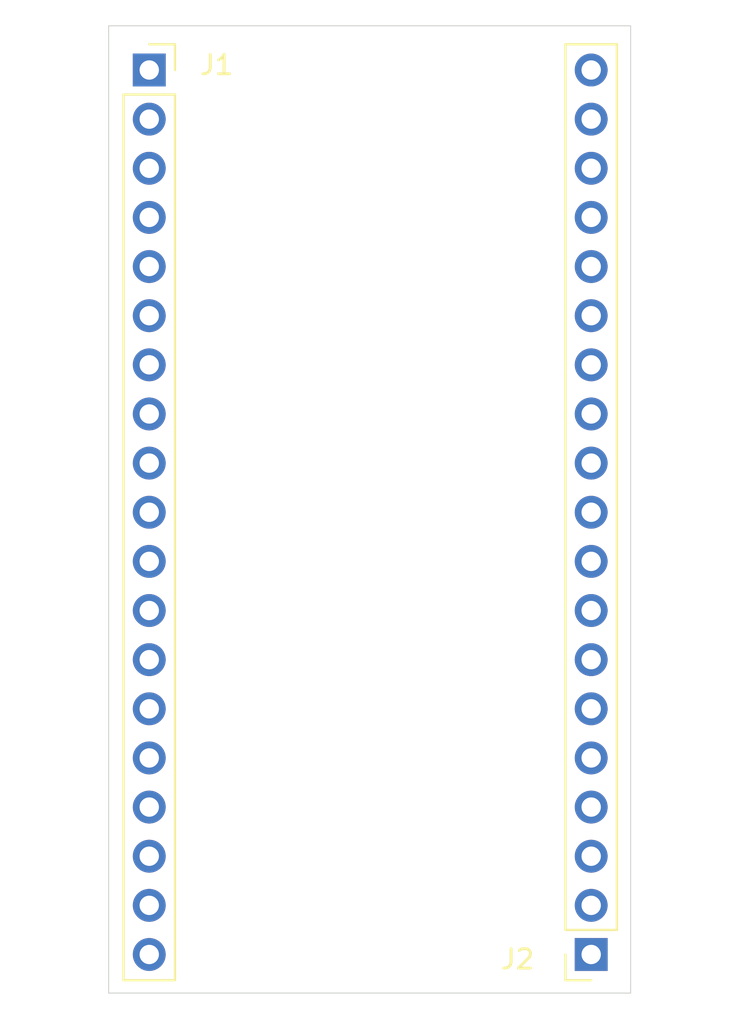
<source format=kicad_pcb>
(kicad_pcb (version 20171130) (host pcbnew "(5.1.5)-3")

  (general
    (thickness 1.6)
    (drawings 4)
    (tracks 0)
    (zones 0)
    (modules 2)
    (nets 37)
  )

  (page A4)
  (layers
    (0 F.Cu signal)
    (31 B.Cu signal)
    (32 B.Adhes user)
    (33 F.Adhes user)
    (34 B.Paste user)
    (35 F.Paste user)
    (36 B.SilkS user)
    (37 F.SilkS user)
    (38 B.Mask user)
    (39 F.Mask user)
    (40 Dwgs.User user)
    (41 Cmts.User user)
    (42 Eco1.User user)
    (43 Eco2.User user)
    (44 Edge.Cuts user)
    (45 Margin user)
    (46 B.CrtYd user)
    (47 F.CrtYd user)
    (48 B.Fab user)
    (49 F.Fab user)
  )

  (setup
    (last_trace_width 0.25)
    (trace_clearance 0.2)
    (zone_clearance 0.508)
    (zone_45_only no)
    (trace_min 0.2)
    (via_size 0.8)
    (via_drill 0.4)
    (via_min_size 0.4)
    (via_min_drill 0.3)
    (uvia_size 0.3)
    (uvia_drill 0.1)
    (uvias_allowed no)
    (uvia_min_size 0.2)
    (uvia_min_drill 0.1)
    (edge_width 0.05)
    (segment_width 0.2)
    (pcb_text_width 0.3)
    (pcb_text_size 1.5 1.5)
    (mod_edge_width 0.12)
    (mod_text_size 1 1)
    (mod_text_width 0.15)
    (pad_size 1.524 1.524)
    (pad_drill 0.762)
    (pad_to_mask_clearance 0.051)
    (solder_mask_min_width 0.25)
    (aux_axis_origin 0 0)
    (grid_origin 111 53.5)
    (visible_elements 7FFFFFFF)
    (pcbplotparams
      (layerselection 0x010fc_ffffffff)
      (usegerberextensions false)
      (usegerberattributes false)
      (usegerberadvancedattributes false)
      (creategerberjobfile false)
      (excludeedgelayer true)
      (linewidth 0.100000)
      (plotframeref false)
      (viasonmask false)
      (mode 1)
      (useauxorigin false)
      (hpglpennumber 1)
      (hpglpenspeed 20)
      (hpglpendiameter 15.000000)
      (psnegative false)
      (psa4output false)
      (plotreference true)
      (plotvalue true)
      (plotinvisibletext false)
      (padsonsilk false)
      (subtractmaskfromsilk false)
      (outputformat 1)
      (mirror false)
      (drillshape 1)
      (scaleselection 1)
      (outputdirectory ""))
  )

  (net 0 "")
  (net 1 Vin_5)
  (net 2 GIOP11)
  (net 3 GIOP10)
  (net 4 GIOP09)
  (net 5 GIOP13)
  (net 6 GND)
  (net 7 GIOP12)
  (net 8 GIOP14)
  (net 9 GIOP27)
  (net 10 GIOP26)
  (net 11 GIOP25)
  (net 12 GIOP33)
  (net 13 GIOP32)
  (net 14 GIOP35)
  (net 15 GIOP34)
  (net 16 GIOP39)
  (net 17 GIOP36)
  (net 18 RST_EN)
  (net 19 VCC3.3)
  (net 20 GIOP23)
  (net 21 GIOP22)
  (net 22 GIOP01)
  (net 23 GIOP03)
  (net 24 GIOP21)
  (net 25 GIOP19)
  (net 26 GIOP18)
  (net 27 GIOP05)
  (net 28 GIOP17)
  (net 29 GIOP16)
  (net 30 GIOP04)
  (net 31 GIOP00)
  (net 32 GIOP02)
  (net 33 GIOP15)
  (net 34 GIOP08)
  (net 35 GIOP07)
  (net 36 GIOP06)

  (net_class Default "This is the default net class."
    (clearance 0.2)
    (trace_width 0.25)
    (via_dia 0.8)
    (via_drill 0.4)
    (uvia_dia 0.3)
    (uvia_drill 0.1)
    (add_net GIOP00)
    (add_net GIOP01)
    (add_net GIOP02)
    (add_net GIOP03)
    (add_net GIOP04)
    (add_net GIOP05)
    (add_net GIOP06)
    (add_net GIOP07)
    (add_net GIOP08)
    (add_net GIOP09)
    (add_net GIOP10)
    (add_net GIOP11)
    (add_net GIOP12)
    (add_net GIOP13)
    (add_net GIOP14)
    (add_net GIOP15)
    (add_net GIOP16)
    (add_net GIOP17)
    (add_net GIOP18)
    (add_net GIOP19)
    (add_net GIOP21)
    (add_net GIOP22)
    (add_net GIOP23)
    (add_net GIOP25)
    (add_net GIOP26)
    (add_net GIOP27)
    (add_net GIOP32)
    (add_net GIOP33)
    (add_net GIOP34)
    (add_net GIOP35)
    (add_net GIOP36)
    (add_net GIOP39)
    (add_net GND)
    (add_net RST_EN)
    (add_net VCC3.3)
    (add_net Vin_5)
  )

  (module Connector_PinSocket_2.54mm:PinSocket_1x19_P2.54mm_Vertical locked (layer F.Cu) (tedit 5A19A430) (tstamp 5E794E53)
    (at 135.96 101.004 180)
    (descr "Through hole straight socket strip, 1x19, 2.54mm pitch, single row (from Kicad 4.0.7), script generated")
    (tags "Through hole socket strip THT 1x19 2.54mm single row")
    (path /5E77BE65)
    (fp_text reference J2 (at 3.81 -0.248) (layer F.SilkS)
      (effects (font (size 1 1) (thickness 0.15)))
    )
    (fp_text value Conn_01x19_Female (at 0 48.49) (layer F.Fab)
      (effects (font (size 1 1) (thickness 0.15)))
    )
    (fp_line (start -1.27 -1.27) (end 0.635 -1.27) (layer F.Fab) (width 0.1))
    (fp_line (start 0.635 -1.27) (end 1.27 -0.635) (layer F.Fab) (width 0.1))
    (fp_line (start 1.27 -0.635) (end 1.27 46.99) (layer F.Fab) (width 0.1))
    (fp_line (start 1.27 46.99) (end -1.27 46.99) (layer F.Fab) (width 0.1))
    (fp_line (start -1.27 46.99) (end -1.27 -1.27) (layer F.Fab) (width 0.1))
    (fp_line (start -1.33 1.27) (end 1.33 1.27) (layer F.SilkS) (width 0.12))
    (fp_line (start -1.33 1.27) (end -1.33 47.05) (layer F.SilkS) (width 0.12))
    (fp_line (start -1.33 47.05) (end 1.33 47.05) (layer F.SilkS) (width 0.12))
    (fp_line (start 1.33 1.27) (end 1.33 47.05) (layer F.SilkS) (width 0.12))
    (fp_line (start 1.33 -1.33) (end 1.33 0) (layer F.SilkS) (width 0.12))
    (fp_line (start 0 -1.33) (end 1.33 -1.33) (layer F.SilkS) (width 0.12))
    (fp_line (start -1.8 -1.8) (end 1.75 -1.8) (layer F.CrtYd) (width 0.05))
    (fp_line (start 1.75 -1.8) (end 1.75 47.5) (layer F.CrtYd) (width 0.05))
    (fp_line (start 1.75 47.5) (end -1.8 47.5) (layer F.CrtYd) (width 0.05))
    (fp_line (start -1.8 47.5) (end -1.8 -1.8) (layer F.CrtYd) (width 0.05))
    (fp_text user %R (at 0 22.86 90) (layer F.Fab)
      (effects (font (size 1 1) (thickness 0.15)))
    )
    (pad 1 thru_hole rect (at 0 0 180) (size 1.7 1.7) (drill 1) (layers *.Cu *.Mask)
      (net 36 GIOP06))
    (pad 2 thru_hole oval (at 0 2.54 180) (size 1.7 1.7) (drill 1) (layers *.Cu *.Mask)
      (net 35 GIOP07))
    (pad 3 thru_hole oval (at 0 5.08 180) (size 1.7 1.7) (drill 1) (layers *.Cu *.Mask)
      (net 34 GIOP08))
    (pad 4 thru_hole oval (at 0 7.62 180) (size 1.7 1.7) (drill 1) (layers *.Cu *.Mask)
      (net 33 GIOP15))
    (pad 5 thru_hole oval (at 0 10.16 180) (size 1.7 1.7) (drill 1) (layers *.Cu *.Mask)
      (net 32 GIOP02))
    (pad 6 thru_hole oval (at 0 12.7 180) (size 1.7 1.7) (drill 1) (layers *.Cu *.Mask)
      (net 31 GIOP00))
    (pad 7 thru_hole oval (at 0 15.24 180) (size 1.7 1.7) (drill 1) (layers *.Cu *.Mask)
      (net 30 GIOP04))
    (pad 8 thru_hole oval (at 0 17.78 180) (size 1.7 1.7) (drill 1) (layers *.Cu *.Mask)
      (net 29 GIOP16))
    (pad 9 thru_hole oval (at 0 20.32 180) (size 1.7 1.7) (drill 1) (layers *.Cu *.Mask)
      (net 28 GIOP17))
    (pad 10 thru_hole oval (at 0 22.86 180) (size 1.7 1.7) (drill 1) (layers *.Cu *.Mask)
      (net 27 GIOP05))
    (pad 11 thru_hole oval (at 0 25.4 180) (size 1.7 1.7) (drill 1) (layers *.Cu *.Mask)
      (net 26 GIOP18))
    (pad 12 thru_hole oval (at 0 27.94 180) (size 1.7 1.7) (drill 1) (layers *.Cu *.Mask)
      (net 25 GIOP19))
    (pad 13 thru_hole oval (at 0 30.48 180) (size 1.7 1.7) (drill 1) (layers *.Cu *.Mask)
      (net 6 GND))
    (pad 14 thru_hole oval (at 0 33.02 180) (size 1.7 1.7) (drill 1) (layers *.Cu *.Mask)
      (net 24 GIOP21))
    (pad 15 thru_hole oval (at 0 35.56 180) (size 1.7 1.7) (drill 1) (layers *.Cu *.Mask)
      (net 23 GIOP03))
    (pad 16 thru_hole oval (at 0 38.1 180) (size 1.7 1.7) (drill 1) (layers *.Cu *.Mask)
      (net 22 GIOP01))
    (pad 17 thru_hole oval (at 0 40.64 180) (size 1.7 1.7) (drill 1) (layers *.Cu *.Mask)
      (net 21 GIOP22))
    (pad 18 thru_hole oval (at 0 43.18 180) (size 1.7 1.7) (drill 1) (layers *.Cu *.Mask)
      (net 20 GIOP23))
    (pad 19 thru_hole oval (at 0 45.72 180) (size 1.7 1.7) (drill 1) (layers *.Cu *.Mask)
      (net 6 GND))
    (model ${KISYS3DMOD}/Connector_PinSocket_2.54mm.3dshapes/PinSocket_1x19_P2.54mm_Vertical.wrl
      (at (xyz 0 0 0))
      (scale (xyz 1 1 1))
      (rotate (xyz 0 0 0))
    )
  )

  (module Connector_PinSocket_2.54mm:PinSocket_1x19_P2.54mm_Vertical locked (layer F.Cu) (tedit 5A19A430) (tstamp 5E78277B)
    (at 113.1 55.284)
    (descr "Through hole straight socket strip, 1x19, 2.54mm pitch, single row (from Kicad 4.0.7), script generated")
    (tags "Through hole socket strip THT 1x19 2.54mm single row")
    (path /5E77A267)
    (fp_text reference J1 (at 3.488 -0.26) (layer F.SilkS)
      (effects (font (size 1 1) (thickness 0.15)))
    )
    (fp_text value Conn_01x19_Female (at 0 48.49) (layer F.Fab)
      (effects (font (size 1 1) (thickness 0.15)))
    )
    (fp_line (start -1.27 -1.27) (end 0.635 -1.27) (layer F.Fab) (width 0.1))
    (fp_line (start 0.635 -1.27) (end 1.27 -0.635) (layer F.Fab) (width 0.1))
    (fp_line (start 1.27 -0.635) (end 1.27 46.99) (layer F.Fab) (width 0.1))
    (fp_line (start 1.27 46.99) (end -1.27 46.99) (layer F.Fab) (width 0.1))
    (fp_line (start -1.27 46.99) (end -1.27 -1.27) (layer F.Fab) (width 0.1))
    (fp_line (start -1.33 1.27) (end 1.33 1.27) (layer F.SilkS) (width 0.12))
    (fp_line (start -1.33 1.27) (end -1.33 47.05) (layer F.SilkS) (width 0.12))
    (fp_line (start -1.33 47.05) (end 1.33 47.05) (layer F.SilkS) (width 0.12))
    (fp_line (start 1.33 1.27) (end 1.33 47.05) (layer F.SilkS) (width 0.12))
    (fp_line (start 1.33 -1.33) (end 1.33 0) (layer F.SilkS) (width 0.12))
    (fp_line (start 0 -1.33) (end 1.33 -1.33) (layer F.SilkS) (width 0.12))
    (fp_line (start -1.8 -1.8) (end 1.75 -1.8) (layer F.CrtYd) (width 0.05))
    (fp_line (start 1.75 -1.8) (end 1.75 47.5) (layer F.CrtYd) (width 0.05))
    (fp_line (start 1.75 47.5) (end -1.8 47.5) (layer F.CrtYd) (width 0.05))
    (fp_line (start -1.8 47.5) (end -1.8 -1.8) (layer F.CrtYd) (width 0.05))
    (fp_text user %R (at 0 22.86 90) (layer F.Fab)
      (effects (font (size 1 1) (thickness 0.15)))
    )
    (pad 1 thru_hole rect (at 0 0) (size 1.7 1.7) (drill 1) (layers *.Cu *.Mask)
      (net 19 VCC3.3))
    (pad 2 thru_hole oval (at 0 2.54) (size 1.7 1.7) (drill 1) (layers *.Cu *.Mask)
      (net 18 RST_EN))
    (pad 3 thru_hole oval (at 0 5.08) (size 1.7 1.7) (drill 1) (layers *.Cu *.Mask)
      (net 17 GIOP36))
    (pad 4 thru_hole oval (at 0 7.62) (size 1.7 1.7) (drill 1) (layers *.Cu *.Mask)
      (net 16 GIOP39))
    (pad 5 thru_hole oval (at 0 10.16) (size 1.7 1.7) (drill 1) (layers *.Cu *.Mask)
      (net 15 GIOP34))
    (pad 6 thru_hole oval (at 0 12.7) (size 1.7 1.7) (drill 1) (layers *.Cu *.Mask)
      (net 14 GIOP35))
    (pad 7 thru_hole oval (at 0 15.24) (size 1.7 1.7) (drill 1) (layers *.Cu *.Mask)
      (net 13 GIOP32))
    (pad 8 thru_hole oval (at 0 17.78) (size 1.7 1.7) (drill 1) (layers *.Cu *.Mask)
      (net 12 GIOP33))
    (pad 9 thru_hole oval (at 0 20.32) (size 1.7 1.7) (drill 1) (layers *.Cu *.Mask)
      (net 11 GIOP25))
    (pad 10 thru_hole oval (at 0 22.86) (size 1.7 1.7) (drill 1) (layers *.Cu *.Mask)
      (net 10 GIOP26))
    (pad 11 thru_hole oval (at 0 25.4) (size 1.7 1.7) (drill 1) (layers *.Cu *.Mask)
      (net 9 GIOP27))
    (pad 12 thru_hole oval (at 0 27.94) (size 1.7 1.7) (drill 1) (layers *.Cu *.Mask)
      (net 8 GIOP14))
    (pad 13 thru_hole oval (at 0 30.48) (size 1.7 1.7) (drill 1) (layers *.Cu *.Mask)
      (net 7 GIOP12))
    (pad 14 thru_hole oval (at 0 33.02) (size 1.7 1.7) (drill 1) (layers *.Cu *.Mask)
      (net 6 GND))
    (pad 15 thru_hole oval (at 0 35.56) (size 1.7 1.7) (drill 1) (layers *.Cu *.Mask)
      (net 5 GIOP13))
    (pad 16 thru_hole oval (at 0 38.1) (size 1.7 1.7) (drill 1) (layers *.Cu *.Mask)
      (net 4 GIOP09))
    (pad 17 thru_hole oval (at 0 40.64) (size 1.7 1.7) (drill 1) (layers *.Cu *.Mask)
      (net 3 GIOP10))
    (pad 18 thru_hole oval (at 0 43.18) (size 1.7 1.7) (drill 1) (layers *.Cu *.Mask)
      (net 2 GIOP11))
    (pad 19 thru_hole oval (at 0 45.72) (size 1.7 1.7) (drill 1) (layers *.Cu *.Mask)
      (net 1 Vin_5))
    (model ${KISYS3DMOD}/Connector_PinSocket_2.54mm.3dshapes/PinSocket_1x19_P2.54mm_Vertical.wrl
      (at (xyz 0 0 0))
      (scale (xyz 1 1 1))
      (rotate (xyz 0 0 0))
    )
  )

  (gr_line (start 111 103) (end 111 53) (layer Edge.Cuts) (width 0.05) (tstamp 5E781F8D))
  (gr_line (start 138 103) (end 111 103) (layer Edge.Cuts) (width 0.05) (tstamp 5E794F94))
  (gr_line (start 138 53) (end 138 103) (layer Edge.Cuts) (width 0.05))
  (gr_line (start 111 53) (end 138 53) (layer Edge.Cuts) (width 0.05))

)

</source>
